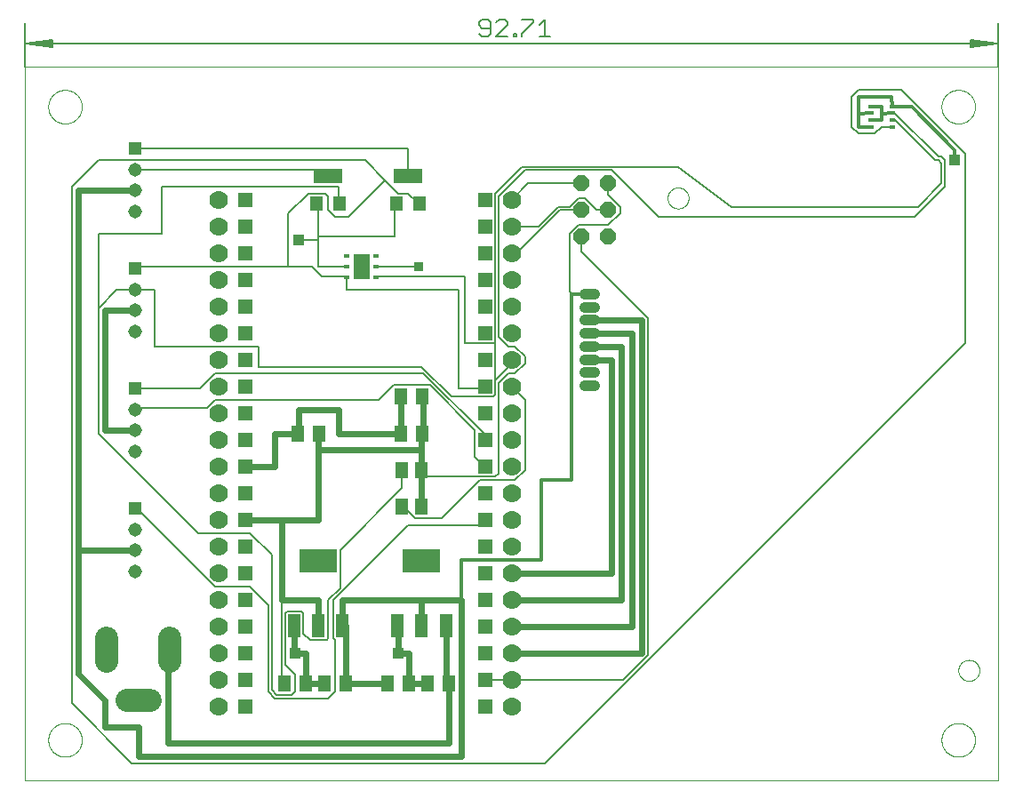
<source format=gtl>
G75*
%MOIN*%
%OFA0B0*%
%FSLAX25Y25*%
%IPPOS*%
%LPD*%
%AMOC8*
5,1,8,0,0,1.08239X$1,22.5*
%
%ADD10C,0.00000*%
%ADD11C,0.00512*%
%ADD12C,0.00600*%
%ADD13R,0.05150X0.05150*%
%ADD14C,0.05150*%
%ADD15C,0.07000*%
%ADD16C,0.08600*%
%ADD17R,0.04800X0.08800*%
%ADD18R,0.14173X0.08661*%
%ADD19R,0.05543X0.05543*%
%ADD20C,0.03969*%
%ADD21R,0.05118X0.06299*%
%ADD22OC8,0.06000*%
%ADD23R,0.02362X0.01575*%
%ADD24R,0.06299X0.09449*%
%ADD25R,0.05118X0.05906*%
%ADD26R,0.01969X0.01378*%
%ADD27R,0.11024X0.05512*%
%ADD28R,0.04724X0.05512*%
%ADD29C,0.02400*%
%ADD30C,0.01200*%
%ADD31R,0.03962X0.03962*%
%ADD32R,0.03569X0.03569*%
D10*
X0001256Y0002254D02*
X0001256Y0269754D01*
X0366256Y0269754D01*
X0366207Y0269715D02*
X0366207Y0002254D01*
X0001256Y0002254D01*
X0009957Y0017254D02*
X0009959Y0017412D01*
X0009965Y0017570D01*
X0009975Y0017728D01*
X0009989Y0017886D01*
X0010007Y0018043D01*
X0010028Y0018200D01*
X0010054Y0018356D01*
X0010084Y0018512D01*
X0010117Y0018667D01*
X0010155Y0018820D01*
X0010196Y0018973D01*
X0010241Y0019125D01*
X0010290Y0019276D01*
X0010343Y0019425D01*
X0010399Y0019573D01*
X0010459Y0019719D01*
X0010523Y0019864D01*
X0010591Y0020007D01*
X0010662Y0020149D01*
X0010736Y0020289D01*
X0010814Y0020426D01*
X0010896Y0020562D01*
X0010980Y0020696D01*
X0011069Y0020827D01*
X0011160Y0020956D01*
X0011255Y0021083D01*
X0011352Y0021208D01*
X0011453Y0021330D01*
X0011557Y0021449D01*
X0011664Y0021566D01*
X0011774Y0021680D01*
X0011887Y0021791D01*
X0012002Y0021900D01*
X0012120Y0022005D01*
X0012241Y0022107D01*
X0012364Y0022207D01*
X0012490Y0022303D01*
X0012618Y0022396D01*
X0012748Y0022486D01*
X0012881Y0022572D01*
X0013016Y0022656D01*
X0013152Y0022735D01*
X0013291Y0022812D01*
X0013432Y0022884D01*
X0013574Y0022954D01*
X0013718Y0023019D01*
X0013864Y0023081D01*
X0014011Y0023139D01*
X0014160Y0023194D01*
X0014310Y0023245D01*
X0014461Y0023292D01*
X0014613Y0023335D01*
X0014766Y0023374D01*
X0014921Y0023410D01*
X0015076Y0023441D01*
X0015232Y0023469D01*
X0015388Y0023493D01*
X0015545Y0023513D01*
X0015703Y0023529D01*
X0015860Y0023541D01*
X0016019Y0023549D01*
X0016177Y0023553D01*
X0016335Y0023553D01*
X0016493Y0023549D01*
X0016652Y0023541D01*
X0016809Y0023529D01*
X0016967Y0023513D01*
X0017124Y0023493D01*
X0017280Y0023469D01*
X0017436Y0023441D01*
X0017591Y0023410D01*
X0017746Y0023374D01*
X0017899Y0023335D01*
X0018051Y0023292D01*
X0018202Y0023245D01*
X0018352Y0023194D01*
X0018501Y0023139D01*
X0018648Y0023081D01*
X0018794Y0023019D01*
X0018938Y0022954D01*
X0019080Y0022884D01*
X0019221Y0022812D01*
X0019360Y0022735D01*
X0019496Y0022656D01*
X0019631Y0022572D01*
X0019764Y0022486D01*
X0019894Y0022396D01*
X0020022Y0022303D01*
X0020148Y0022207D01*
X0020271Y0022107D01*
X0020392Y0022005D01*
X0020510Y0021900D01*
X0020625Y0021791D01*
X0020738Y0021680D01*
X0020848Y0021566D01*
X0020955Y0021449D01*
X0021059Y0021330D01*
X0021160Y0021208D01*
X0021257Y0021083D01*
X0021352Y0020956D01*
X0021443Y0020827D01*
X0021532Y0020696D01*
X0021616Y0020562D01*
X0021698Y0020426D01*
X0021776Y0020289D01*
X0021850Y0020149D01*
X0021921Y0020007D01*
X0021989Y0019864D01*
X0022053Y0019719D01*
X0022113Y0019573D01*
X0022169Y0019425D01*
X0022222Y0019276D01*
X0022271Y0019125D01*
X0022316Y0018973D01*
X0022357Y0018820D01*
X0022395Y0018667D01*
X0022428Y0018512D01*
X0022458Y0018356D01*
X0022484Y0018200D01*
X0022505Y0018043D01*
X0022523Y0017886D01*
X0022537Y0017728D01*
X0022547Y0017570D01*
X0022553Y0017412D01*
X0022555Y0017254D01*
X0022553Y0017096D01*
X0022547Y0016938D01*
X0022537Y0016780D01*
X0022523Y0016622D01*
X0022505Y0016465D01*
X0022484Y0016308D01*
X0022458Y0016152D01*
X0022428Y0015996D01*
X0022395Y0015841D01*
X0022357Y0015688D01*
X0022316Y0015535D01*
X0022271Y0015383D01*
X0022222Y0015232D01*
X0022169Y0015083D01*
X0022113Y0014935D01*
X0022053Y0014789D01*
X0021989Y0014644D01*
X0021921Y0014501D01*
X0021850Y0014359D01*
X0021776Y0014219D01*
X0021698Y0014082D01*
X0021616Y0013946D01*
X0021532Y0013812D01*
X0021443Y0013681D01*
X0021352Y0013552D01*
X0021257Y0013425D01*
X0021160Y0013300D01*
X0021059Y0013178D01*
X0020955Y0013059D01*
X0020848Y0012942D01*
X0020738Y0012828D01*
X0020625Y0012717D01*
X0020510Y0012608D01*
X0020392Y0012503D01*
X0020271Y0012401D01*
X0020148Y0012301D01*
X0020022Y0012205D01*
X0019894Y0012112D01*
X0019764Y0012022D01*
X0019631Y0011936D01*
X0019496Y0011852D01*
X0019360Y0011773D01*
X0019221Y0011696D01*
X0019080Y0011624D01*
X0018938Y0011554D01*
X0018794Y0011489D01*
X0018648Y0011427D01*
X0018501Y0011369D01*
X0018352Y0011314D01*
X0018202Y0011263D01*
X0018051Y0011216D01*
X0017899Y0011173D01*
X0017746Y0011134D01*
X0017591Y0011098D01*
X0017436Y0011067D01*
X0017280Y0011039D01*
X0017124Y0011015D01*
X0016967Y0010995D01*
X0016809Y0010979D01*
X0016652Y0010967D01*
X0016493Y0010959D01*
X0016335Y0010955D01*
X0016177Y0010955D01*
X0016019Y0010959D01*
X0015860Y0010967D01*
X0015703Y0010979D01*
X0015545Y0010995D01*
X0015388Y0011015D01*
X0015232Y0011039D01*
X0015076Y0011067D01*
X0014921Y0011098D01*
X0014766Y0011134D01*
X0014613Y0011173D01*
X0014461Y0011216D01*
X0014310Y0011263D01*
X0014160Y0011314D01*
X0014011Y0011369D01*
X0013864Y0011427D01*
X0013718Y0011489D01*
X0013574Y0011554D01*
X0013432Y0011624D01*
X0013291Y0011696D01*
X0013152Y0011773D01*
X0013016Y0011852D01*
X0012881Y0011936D01*
X0012748Y0012022D01*
X0012618Y0012112D01*
X0012490Y0012205D01*
X0012364Y0012301D01*
X0012241Y0012401D01*
X0012120Y0012503D01*
X0012002Y0012608D01*
X0011887Y0012717D01*
X0011774Y0012828D01*
X0011664Y0012942D01*
X0011557Y0013059D01*
X0011453Y0013178D01*
X0011352Y0013300D01*
X0011255Y0013425D01*
X0011160Y0013552D01*
X0011069Y0013681D01*
X0010980Y0013812D01*
X0010896Y0013946D01*
X0010814Y0014082D01*
X0010736Y0014219D01*
X0010662Y0014359D01*
X0010591Y0014501D01*
X0010523Y0014644D01*
X0010459Y0014789D01*
X0010399Y0014935D01*
X0010343Y0015083D01*
X0010290Y0015232D01*
X0010241Y0015383D01*
X0010196Y0015535D01*
X0010155Y0015688D01*
X0010117Y0015841D01*
X0010084Y0015996D01*
X0010054Y0016152D01*
X0010028Y0016308D01*
X0010007Y0016465D01*
X0009989Y0016622D01*
X0009975Y0016780D01*
X0009965Y0016938D01*
X0009959Y0017096D01*
X0009957Y0017254D01*
X0242240Y0220512D02*
X0242242Y0220637D01*
X0242248Y0220762D01*
X0242258Y0220886D01*
X0242272Y0221010D01*
X0242289Y0221134D01*
X0242311Y0221257D01*
X0242337Y0221379D01*
X0242366Y0221501D01*
X0242399Y0221621D01*
X0242437Y0221740D01*
X0242477Y0221859D01*
X0242522Y0221975D01*
X0242570Y0222090D01*
X0242622Y0222204D01*
X0242678Y0222316D01*
X0242737Y0222426D01*
X0242799Y0222534D01*
X0242865Y0222641D01*
X0242934Y0222745D01*
X0243007Y0222846D01*
X0243082Y0222946D01*
X0243161Y0223043D01*
X0243243Y0223137D01*
X0243328Y0223229D01*
X0243415Y0223318D01*
X0243506Y0223404D01*
X0243599Y0223487D01*
X0243695Y0223568D01*
X0243793Y0223645D01*
X0243893Y0223719D01*
X0243996Y0223790D01*
X0244101Y0223857D01*
X0244209Y0223922D01*
X0244318Y0223982D01*
X0244429Y0224040D01*
X0244542Y0224093D01*
X0244656Y0224143D01*
X0244772Y0224190D01*
X0244889Y0224232D01*
X0245008Y0224271D01*
X0245128Y0224307D01*
X0245249Y0224338D01*
X0245371Y0224366D01*
X0245493Y0224389D01*
X0245617Y0224409D01*
X0245741Y0224425D01*
X0245865Y0224437D01*
X0245990Y0224445D01*
X0246115Y0224449D01*
X0246239Y0224449D01*
X0246364Y0224445D01*
X0246489Y0224437D01*
X0246613Y0224425D01*
X0246737Y0224409D01*
X0246861Y0224389D01*
X0246983Y0224366D01*
X0247105Y0224338D01*
X0247226Y0224307D01*
X0247346Y0224271D01*
X0247465Y0224232D01*
X0247582Y0224190D01*
X0247698Y0224143D01*
X0247812Y0224093D01*
X0247925Y0224040D01*
X0248036Y0223982D01*
X0248146Y0223922D01*
X0248253Y0223857D01*
X0248358Y0223790D01*
X0248461Y0223719D01*
X0248561Y0223645D01*
X0248659Y0223568D01*
X0248755Y0223487D01*
X0248848Y0223404D01*
X0248939Y0223318D01*
X0249026Y0223229D01*
X0249111Y0223137D01*
X0249193Y0223043D01*
X0249272Y0222946D01*
X0249347Y0222846D01*
X0249420Y0222745D01*
X0249489Y0222641D01*
X0249555Y0222534D01*
X0249617Y0222426D01*
X0249676Y0222316D01*
X0249732Y0222204D01*
X0249784Y0222090D01*
X0249832Y0221975D01*
X0249877Y0221859D01*
X0249917Y0221740D01*
X0249955Y0221621D01*
X0249988Y0221501D01*
X0250017Y0221379D01*
X0250043Y0221257D01*
X0250065Y0221134D01*
X0250082Y0221010D01*
X0250096Y0220886D01*
X0250106Y0220762D01*
X0250112Y0220637D01*
X0250114Y0220512D01*
X0250112Y0220387D01*
X0250106Y0220262D01*
X0250096Y0220138D01*
X0250082Y0220014D01*
X0250065Y0219890D01*
X0250043Y0219767D01*
X0250017Y0219645D01*
X0249988Y0219523D01*
X0249955Y0219403D01*
X0249917Y0219284D01*
X0249877Y0219165D01*
X0249832Y0219049D01*
X0249784Y0218934D01*
X0249732Y0218820D01*
X0249676Y0218708D01*
X0249617Y0218598D01*
X0249555Y0218490D01*
X0249489Y0218383D01*
X0249420Y0218279D01*
X0249347Y0218178D01*
X0249272Y0218078D01*
X0249193Y0217981D01*
X0249111Y0217887D01*
X0249026Y0217795D01*
X0248939Y0217706D01*
X0248848Y0217620D01*
X0248755Y0217537D01*
X0248659Y0217456D01*
X0248561Y0217379D01*
X0248461Y0217305D01*
X0248358Y0217234D01*
X0248253Y0217167D01*
X0248145Y0217102D01*
X0248036Y0217042D01*
X0247925Y0216984D01*
X0247812Y0216931D01*
X0247698Y0216881D01*
X0247582Y0216834D01*
X0247465Y0216792D01*
X0247346Y0216753D01*
X0247226Y0216717D01*
X0247105Y0216686D01*
X0246983Y0216658D01*
X0246861Y0216635D01*
X0246737Y0216615D01*
X0246613Y0216599D01*
X0246489Y0216587D01*
X0246364Y0216579D01*
X0246239Y0216575D01*
X0246115Y0216575D01*
X0245990Y0216579D01*
X0245865Y0216587D01*
X0245741Y0216599D01*
X0245617Y0216615D01*
X0245493Y0216635D01*
X0245371Y0216658D01*
X0245249Y0216686D01*
X0245128Y0216717D01*
X0245008Y0216753D01*
X0244889Y0216792D01*
X0244772Y0216834D01*
X0244656Y0216881D01*
X0244542Y0216931D01*
X0244429Y0216984D01*
X0244318Y0217042D01*
X0244208Y0217102D01*
X0244101Y0217167D01*
X0243996Y0217234D01*
X0243893Y0217305D01*
X0243793Y0217379D01*
X0243695Y0217456D01*
X0243599Y0217537D01*
X0243506Y0217620D01*
X0243415Y0217706D01*
X0243328Y0217795D01*
X0243243Y0217887D01*
X0243161Y0217981D01*
X0243082Y0218078D01*
X0243007Y0218178D01*
X0242934Y0218279D01*
X0242865Y0218383D01*
X0242799Y0218490D01*
X0242737Y0218598D01*
X0242678Y0218708D01*
X0242622Y0218820D01*
X0242570Y0218934D01*
X0242522Y0219049D01*
X0242477Y0219165D01*
X0242437Y0219284D01*
X0242399Y0219403D01*
X0242366Y0219523D01*
X0242337Y0219645D01*
X0242311Y0219767D01*
X0242289Y0219890D01*
X0242272Y0220014D01*
X0242258Y0220138D01*
X0242248Y0220262D01*
X0242242Y0220387D01*
X0242240Y0220512D01*
X0344957Y0254754D02*
X0344959Y0254912D01*
X0344965Y0255070D01*
X0344975Y0255228D01*
X0344989Y0255386D01*
X0345007Y0255543D01*
X0345028Y0255700D01*
X0345054Y0255856D01*
X0345084Y0256012D01*
X0345117Y0256167D01*
X0345155Y0256320D01*
X0345196Y0256473D01*
X0345241Y0256625D01*
X0345290Y0256776D01*
X0345343Y0256925D01*
X0345399Y0257073D01*
X0345459Y0257219D01*
X0345523Y0257364D01*
X0345591Y0257507D01*
X0345662Y0257649D01*
X0345736Y0257789D01*
X0345814Y0257926D01*
X0345896Y0258062D01*
X0345980Y0258196D01*
X0346069Y0258327D01*
X0346160Y0258456D01*
X0346255Y0258583D01*
X0346352Y0258708D01*
X0346453Y0258830D01*
X0346557Y0258949D01*
X0346664Y0259066D01*
X0346774Y0259180D01*
X0346887Y0259291D01*
X0347002Y0259400D01*
X0347120Y0259505D01*
X0347241Y0259607D01*
X0347364Y0259707D01*
X0347490Y0259803D01*
X0347618Y0259896D01*
X0347748Y0259986D01*
X0347881Y0260072D01*
X0348016Y0260156D01*
X0348152Y0260235D01*
X0348291Y0260312D01*
X0348432Y0260384D01*
X0348574Y0260454D01*
X0348718Y0260519D01*
X0348864Y0260581D01*
X0349011Y0260639D01*
X0349160Y0260694D01*
X0349310Y0260745D01*
X0349461Y0260792D01*
X0349613Y0260835D01*
X0349766Y0260874D01*
X0349921Y0260910D01*
X0350076Y0260941D01*
X0350232Y0260969D01*
X0350388Y0260993D01*
X0350545Y0261013D01*
X0350703Y0261029D01*
X0350860Y0261041D01*
X0351019Y0261049D01*
X0351177Y0261053D01*
X0351335Y0261053D01*
X0351493Y0261049D01*
X0351652Y0261041D01*
X0351809Y0261029D01*
X0351967Y0261013D01*
X0352124Y0260993D01*
X0352280Y0260969D01*
X0352436Y0260941D01*
X0352591Y0260910D01*
X0352746Y0260874D01*
X0352899Y0260835D01*
X0353051Y0260792D01*
X0353202Y0260745D01*
X0353352Y0260694D01*
X0353501Y0260639D01*
X0353648Y0260581D01*
X0353794Y0260519D01*
X0353938Y0260454D01*
X0354080Y0260384D01*
X0354221Y0260312D01*
X0354360Y0260235D01*
X0354496Y0260156D01*
X0354631Y0260072D01*
X0354764Y0259986D01*
X0354894Y0259896D01*
X0355022Y0259803D01*
X0355148Y0259707D01*
X0355271Y0259607D01*
X0355392Y0259505D01*
X0355510Y0259400D01*
X0355625Y0259291D01*
X0355738Y0259180D01*
X0355848Y0259066D01*
X0355955Y0258949D01*
X0356059Y0258830D01*
X0356160Y0258708D01*
X0356257Y0258583D01*
X0356352Y0258456D01*
X0356443Y0258327D01*
X0356532Y0258196D01*
X0356616Y0258062D01*
X0356698Y0257926D01*
X0356776Y0257789D01*
X0356850Y0257649D01*
X0356921Y0257507D01*
X0356989Y0257364D01*
X0357053Y0257219D01*
X0357113Y0257073D01*
X0357169Y0256925D01*
X0357222Y0256776D01*
X0357271Y0256625D01*
X0357316Y0256473D01*
X0357357Y0256320D01*
X0357395Y0256167D01*
X0357428Y0256012D01*
X0357458Y0255856D01*
X0357484Y0255700D01*
X0357505Y0255543D01*
X0357523Y0255386D01*
X0357537Y0255228D01*
X0357547Y0255070D01*
X0357553Y0254912D01*
X0357555Y0254754D01*
X0357553Y0254596D01*
X0357547Y0254438D01*
X0357537Y0254280D01*
X0357523Y0254122D01*
X0357505Y0253965D01*
X0357484Y0253808D01*
X0357458Y0253652D01*
X0357428Y0253496D01*
X0357395Y0253341D01*
X0357357Y0253188D01*
X0357316Y0253035D01*
X0357271Y0252883D01*
X0357222Y0252732D01*
X0357169Y0252583D01*
X0357113Y0252435D01*
X0357053Y0252289D01*
X0356989Y0252144D01*
X0356921Y0252001D01*
X0356850Y0251859D01*
X0356776Y0251719D01*
X0356698Y0251582D01*
X0356616Y0251446D01*
X0356532Y0251312D01*
X0356443Y0251181D01*
X0356352Y0251052D01*
X0356257Y0250925D01*
X0356160Y0250800D01*
X0356059Y0250678D01*
X0355955Y0250559D01*
X0355848Y0250442D01*
X0355738Y0250328D01*
X0355625Y0250217D01*
X0355510Y0250108D01*
X0355392Y0250003D01*
X0355271Y0249901D01*
X0355148Y0249801D01*
X0355022Y0249705D01*
X0354894Y0249612D01*
X0354764Y0249522D01*
X0354631Y0249436D01*
X0354496Y0249352D01*
X0354360Y0249273D01*
X0354221Y0249196D01*
X0354080Y0249124D01*
X0353938Y0249054D01*
X0353794Y0248989D01*
X0353648Y0248927D01*
X0353501Y0248869D01*
X0353352Y0248814D01*
X0353202Y0248763D01*
X0353051Y0248716D01*
X0352899Y0248673D01*
X0352746Y0248634D01*
X0352591Y0248598D01*
X0352436Y0248567D01*
X0352280Y0248539D01*
X0352124Y0248515D01*
X0351967Y0248495D01*
X0351809Y0248479D01*
X0351652Y0248467D01*
X0351493Y0248459D01*
X0351335Y0248455D01*
X0351177Y0248455D01*
X0351019Y0248459D01*
X0350860Y0248467D01*
X0350703Y0248479D01*
X0350545Y0248495D01*
X0350388Y0248515D01*
X0350232Y0248539D01*
X0350076Y0248567D01*
X0349921Y0248598D01*
X0349766Y0248634D01*
X0349613Y0248673D01*
X0349461Y0248716D01*
X0349310Y0248763D01*
X0349160Y0248814D01*
X0349011Y0248869D01*
X0348864Y0248927D01*
X0348718Y0248989D01*
X0348574Y0249054D01*
X0348432Y0249124D01*
X0348291Y0249196D01*
X0348152Y0249273D01*
X0348016Y0249352D01*
X0347881Y0249436D01*
X0347748Y0249522D01*
X0347618Y0249612D01*
X0347490Y0249705D01*
X0347364Y0249801D01*
X0347241Y0249901D01*
X0347120Y0250003D01*
X0347002Y0250108D01*
X0346887Y0250217D01*
X0346774Y0250328D01*
X0346664Y0250442D01*
X0346557Y0250559D01*
X0346453Y0250678D01*
X0346352Y0250800D01*
X0346255Y0250925D01*
X0346160Y0251052D01*
X0346069Y0251181D01*
X0345980Y0251312D01*
X0345896Y0251446D01*
X0345814Y0251582D01*
X0345736Y0251719D01*
X0345662Y0251859D01*
X0345591Y0252001D01*
X0345523Y0252144D01*
X0345459Y0252289D01*
X0345399Y0252435D01*
X0345343Y0252583D01*
X0345290Y0252732D01*
X0345241Y0252883D01*
X0345196Y0253035D01*
X0345155Y0253188D01*
X0345117Y0253341D01*
X0345084Y0253496D01*
X0345054Y0253652D01*
X0345028Y0253808D01*
X0345007Y0253965D01*
X0344989Y0254122D01*
X0344975Y0254280D01*
X0344965Y0254438D01*
X0344959Y0254596D01*
X0344957Y0254754D01*
X0351295Y0043346D02*
X0351297Y0043471D01*
X0351303Y0043596D01*
X0351313Y0043720D01*
X0351327Y0043844D01*
X0351344Y0043968D01*
X0351366Y0044091D01*
X0351392Y0044213D01*
X0351421Y0044335D01*
X0351454Y0044455D01*
X0351492Y0044574D01*
X0351532Y0044693D01*
X0351577Y0044809D01*
X0351625Y0044924D01*
X0351677Y0045038D01*
X0351733Y0045150D01*
X0351792Y0045260D01*
X0351854Y0045368D01*
X0351920Y0045475D01*
X0351989Y0045579D01*
X0352062Y0045680D01*
X0352137Y0045780D01*
X0352216Y0045877D01*
X0352298Y0045971D01*
X0352383Y0046063D01*
X0352470Y0046152D01*
X0352561Y0046238D01*
X0352654Y0046321D01*
X0352750Y0046402D01*
X0352848Y0046479D01*
X0352948Y0046553D01*
X0353051Y0046624D01*
X0353156Y0046691D01*
X0353264Y0046756D01*
X0353373Y0046816D01*
X0353484Y0046874D01*
X0353597Y0046927D01*
X0353711Y0046977D01*
X0353827Y0047024D01*
X0353944Y0047066D01*
X0354063Y0047105D01*
X0354183Y0047141D01*
X0354304Y0047172D01*
X0354426Y0047200D01*
X0354548Y0047223D01*
X0354672Y0047243D01*
X0354796Y0047259D01*
X0354920Y0047271D01*
X0355045Y0047279D01*
X0355170Y0047283D01*
X0355294Y0047283D01*
X0355419Y0047279D01*
X0355544Y0047271D01*
X0355668Y0047259D01*
X0355792Y0047243D01*
X0355916Y0047223D01*
X0356038Y0047200D01*
X0356160Y0047172D01*
X0356281Y0047141D01*
X0356401Y0047105D01*
X0356520Y0047066D01*
X0356637Y0047024D01*
X0356753Y0046977D01*
X0356867Y0046927D01*
X0356980Y0046874D01*
X0357091Y0046816D01*
X0357201Y0046756D01*
X0357308Y0046691D01*
X0357413Y0046624D01*
X0357516Y0046553D01*
X0357616Y0046479D01*
X0357714Y0046402D01*
X0357810Y0046321D01*
X0357903Y0046238D01*
X0357994Y0046152D01*
X0358081Y0046063D01*
X0358166Y0045971D01*
X0358248Y0045877D01*
X0358327Y0045780D01*
X0358402Y0045680D01*
X0358475Y0045579D01*
X0358544Y0045475D01*
X0358610Y0045368D01*
X0358672Y0045260D01*
X0358731Y0045150D01*
X0358787Y0045038D01*
X0358839Y0044924D01*
X0358887Y0044809D01*
X0358932Y0044693D01*
X0358972Y0044574D01*
X0359010Y0044455D01*
X0359043Y0044335D01*
X0359072Y0044213D01*
X0359098Y0044091D01*
X0359120Y0043968D01*
X0359137Y0043844D01*
X0359151Y0043720D01*
X0359161Y0043596D01*
X0359167Y0043471D01*
X0359169Y0043346D01*
X0359167Y0043221D01*
X0359161Y0043096D01*
X0359151Y0042972D01*
X0359137Y0042848D01*
X0359120Y0042724D01*
X0359098Y0042601D01*
X0359072Y0042479D01*
X0359043Y0042357D01*
X0359010Y0042237D01*
X0358972Y0042118D01*
X0358932Y0041999D01*
X0358887Y0041883D01*
X0358839Y0041768D01*
X0358787Y0041654D01*
X0358731Y0041542D01*
X0358672Y0041432D01*
X0358610Y0041324D01*
X0358544Y0041217D01*
X0358475Y0041113D01*
X0358402Y0041012D01*
X0358327Y0040912D01*
X0358248Y0040815D01*
X0358166Y0040721D01*
X0358081Y0040629D01*
X0357994Y0040540D01*
X0357903Y0040454D01*
X0357810Y0040371D01*
X0357714Y0040290D01*
X0357616Y0040213D01*
X0357516Y0040139D01*
X0357413Y0040068D01*
X0357308Y0040001D01*
X0357200Y0039936D01*
X0357091Y0039876D01*
X0356980Y0039818D01*
X0356867Y0039765D01*
X0356753Y0039715D01*
X0356637Y0039668D01*
X0356520Y0039626D01*
X0356401Y0039587D01*
X0356281Y0039551D01*
X0356160Y0039520D01*
X0356038Y0039492D01*
X0355916Y0039469D01*
X0355792Y0039449D01*
X0355668Y0039433D01*
X0355544Y0039421D01*
X0355419Y0039413D01*
X0355294Y0039409D01*
X0355170Y0039409D01*
X0355045Y0039413D01*
X0354920Y0039421D01*
X0354796Y0039433D01*
X0354672Y0039449D01*
X0354548Y0039469D01*
X0354426Y0039492D01*
X0354304Y0039520D01*
X0354183Y0039551D01*
X0354063Y0039587D01*
X0353944Y0039626D01*
X0353827Y0039668D01*
X0353711Y0039715D01*
X0353597Y0039765D01*
X0353484Y0039818D01*
X0353373Y0039876D01*
X0353263Y0039936D01*
X0353156Y0040001D01*
X0353051Y0040068D01*
X0352948Y0040139D01*
X0352848Y0040213D01*
X0352750Y0040290D01*
X0352654Y0040371D01*
X0352561Y0040454D01*
X0352470Y0040540D01*
X0352383Y0040629D01*
X0352298Y0040721D01*
X0352216Y0040815D01*
X0352137Y0040912D01*
X0352062Y0041012D01*
X0351989Y0041113D01*
X0351920Y0041217D01*
X0351854Y0041324D01*
X0351792Y0041432D01*
X0351733Y0041542D01*
X0351677Y0041654D01*
X0351625Y0041768D01*
X0351577Y0041883D01*
X0351532Y0041999D01*
X0351492Y0042118D01*
X0351454Y0042237D01*
X0351421Y0042357D01*
X0351392Y0042479D01*
X0351366Y0042601D01*
X0351344Y0042724D01*
X0351327Y0042848D01*
X0351313Y0042972D01*
X0351303Y0043096D01*
X0351297Y0043221D01*
X0351295Y0043346D01*
X0344957Y0017254D02*
X0344959Y0017412D01*
X0344965Y0017570D01*
X0344975Y0017728D01*
X0344989Y0017886D01*
X0345007Y0018043D01*
X0345028Y0018200D01*
X0345054Y0018356D01*
X0345084Y0018512D01*
X0345117Y0018667D01*
X0345155Y0018820D01*
X0345196Y0018973D01*
X0345241Y0019125D01*
X0345290Y0019276D01*
X0345343Y0019425D01*
X0345399Y0019573D01*
X0345459Y0019719D01*
X0345523Y0019864D01*
X0345591Y0020007D01*
X0345662Y0020149D01*
X0345736Y0020289D01*
X0345814Y0020426D01*
X0345896Y0020562D01*
X0345980Y0020696D01*
X0346069Y0020827D01*
X0346160Y0020956D01*
X0346255Y0021083D01*
X0346352Y0021208D01*
X0346453Y0021330D01*
X0346557Y0021449D01*
X0346664Y0021566D01*
X0346774Y0021680D01*
X0346887Y0021791D01*
X0347002Y0021900D01*
X0347120Y0022005D01*
X0347241Y0022107D01*
X0347364Y0022207D01*
X0347490Y0022303D01*
X0347618Y0022396D01*
X0347748Y0022486D01*
X0347881Y0022572D01*
X0348016Y0022656D01*
X0348152Y0022735D01*
X0348291Y0022812D01*
X0348432Y0022884D01*
X0348574Y0022954D01*
X0348718Y0023019D01*
X0348864Y0023081D01*
X0349011Y0023139D01*
X0349160Y0023194D01*
X0349310Y0023245D01*
X0349461Y0023292D01*
X0349613Y0023335D01*
X0349766Y0023374D01*
X0349921Y0023410D01*
X0350076Y0023441D01*
X0350232Y0023469D01*
X0350388Y0023493D01*
X0350545Y0023513D01*
X0350703Y0023529D01*
X0350860Y0023541D01*
X0351019Y0023549D01*
X0351177Y0023553D01*
X0351335Y0023553D01*
X0351493Y0023549D01*
X0351652Y0023541D01*
X0351809Y0023529D01*
X0351967Y0023513D01*
X0352124Y0023493D01*
X0352280Y0023469D01*
X0352436Y0023441D01*
X0352591Y0023410D01*
X0352746Y0023374D01*
X0352899Y0023335D01*
X0353051Y0023292D01*
X0353202Y0023245D01*
X0353352Y0023194D01*
X0353501Y0023139D01*
X0353648Y0023081D01*
X0353794Y0023019D01*
X0353938Y0022954D01*
X0354080Y0022884D01*
X0354221Y0022812D01*
X0354360Y0022735D01*
X0354496Y0022656D01*
X0354631Y0022572D01*
X0354764Y0022486D01*
X0354894Y0022396D01*
X0355022Y0022303D01*
X0355148Y0022207D01*
X0355271Y0022107D01*
X0355392Y0022005D01*
X0355510Y0021900D01*
X0355625Y0021791D01*
X0355738Y0021680D01*
X0355848Y0021566D01*
X0355955Y0021449D01*
X0356059Y0021330D01*
X0356160Y0021208D01*
X0356257Y0021083D01*
X0356352Y0020956D01*
X0356443Y0020827D01*
X0356532Y0020696D01*
X0356616Y0020562D01*
X0356698Y0020426D01*
X0356776Y0020289D01*
X0356850Y0020149D01*
X0356921Y0020007D01*
X0356989Y0019864D01*
X0357053Y0019719D01*
X0357113Y0019573D01*
X0357169Y0019425D01*
X0357222Y0019276D01*
X0357271Y0019125D01*
X0357316Y0018973D01*
X0357357Y0018820D01*
X0357395Y0018667D01*
X0357428Y0018512D01*
X0357458Y0018356D01*
X0357484Y0018200D01*
X0357505Y0018043D01*
X0357523Y0017886D01*
X0357537Y0017728D01*
X0357547Y0017570D01*
X0357553Y0017412D01*
X0357555Y0017254D01*
X0357553Y0017096D01*
X0357547Y0016938D01*
X0357537Y0016780D01*
X0357523Y0016622D01*
X0357505Y0016465D01*
X0357484Y0016308D01*
X0357458Y0016152D01*
X0357428Y0015996D01*
X0357395Y0015841D01*
X0357357Y0015688D01*
X0357316Y0015535D01*
X0357271Y0015383D01*
X0357222Y0015232D01*
X0357169Y0015083D01*
X0357113Y0014935D01*
X0357053Y0014789D01*
X0356989Y0014644D01*
X0356921Y0014501D01*
X0356850Y0014359D01*
X0356776Y0014219D01*
X0356698Y0014082D01*
X0356616Y0013946D01*
X0356532Y0013812D01*
X0356443Y0013681D01*
X0356352Y0013552D01*
X0356257Y0013425D01*
X0356160Y0013300D01*
X0356059Y0013178D01*
X0355955Y0013059D01*
X0355848Y0012942D01*
X0355738Y0012828D01*
X0355625Y0012717D01*
X0355510Y0012608D01*
X0355392Y0012503D01*
X0355271Y0012401D01*
X0355148Y0012301D01*
X0355022Y0012205D01*
X0354894Y0012112D01*
X0354764Y0012022D01*
X0354631Y0011936D01*
X0354496Y0011852D01*
X0354360Y0011773D01*
X0354221Y0011696D01*
X0354080Y0011624D01*
X0353938Y0011554D01*
X0353794Y0011489D01*
X0353648Y0011427D01*
X0353501Y0011369D01*
X0353352Y0011314D01*
X0353202Y0011263D01*
X0353051Y0011216D01*
X0352899Y0011173D01*
X0352746Y0011134D01*
X0352591Y0011098D01*
X0352436Y0011067D01*
X0352280Y0011039D01*
X0352124Y0011015D01*
X0351967Y0010995D01*
X0351809Y0010979D01*
X0351652Y0010967D01*
X0351493Y0010959D01*
X0351335Y0010955D01*
X0351177Y0010955D01*
X0351019Y0010959D01*
X0350860Y0010967D01*
X0350703Y0010979D01*
X0350545Y0010995D01*
X0350388Y0011015D01*
X0350232Y0011039D01*
X0350076Y0011067D01*
X0349921Y0011098D01*
X0349766Y0011134D01*
X0349613Y0011173D01*
X0349461Y0011216D01*
X0349310Y0011263D01*
X0349160Y0011314D01*
X0349011Y0011369D01*
X0348864Y0011427D01*
X0348718Y0011489D01*
X0348574Y0011554D01*
X0348432Y0011624D01*
X0348291Y0011696D01*
X0348152Y0011773D01*
X0348016Y0011852D01*
X0347881Y0011936D01*
X0347748Y0012022D01*
X0347618Y0012112D01*
X0347490Y0012205D01*
X0347364Y0012301D01*
X0347241Y0012401D01*
X0347120Y0012503D01*
X0347002Y0012608D01*
X0346887Y0012717D01*
X0346774Y0012828D01*
X0346664Y0012942D01*
X0346557Y0013059D01*
X0346453Y0013178D01*
X0346352Y0013300D01*
X0346255Y0013425D01*
X0346160Y0013552D01*
X0346069Y0013681D01*
X0345980Y0013812D01*
X0345896Y0013946D01*
X0345814Y0014082D01*
X0345736Y0014219D01*
X0345662Y0014359D01*
X0345591Y0014501D01*
X0345523Y0014644D01*
X0345459Y0014789D01*
X0345399Y0014935D01*
X0345343Y0015083D01*
X0345290Y0015232D01*
X0345241Y0015383D01*
X0345196Y0015535D01*
X0345155Y0015688D01*
X0345117Y0015841D01*
X0345084Y0015996D01*
X0345054Y0016152D01*
X0345028Y0016308D01*
X0345007Y0016465D01*
X0344989Y0016622D01*
X0344975Y0016780D01*
X0344965Y0016938D01*
X0344959Y0017096D01*
X0344957Y0017254D01*
X0009957Y0254754D02*
X0009959Y0254912D01*
X0009965Y0255070D01*
X0009975Y0255228D01*
X0009989Y0255386D01*
X0010007Y0255543D01*
X0010028Y0255700D01*
X0010054Y0255856D01*
X0010084Y0256012D01*
X0010117Y0256167D01*
X0010155Y0256320D01*
X0010196Y0256473D01*
X0010241Y0256625D01*
X0010290Y0256776D01*
X0010343Y0256925D01*
X0010399Y0257073D01*
X0010459Y0257219D01*
X0010523Y0257364D01*
X0010591Y0257507D01*
X0010662Y0257649D01*
X0010736Y0257789D01*
X0010814Y0257926D01*
X0010896Y0258062D01*
X0010980Y0258196D01*
X0011069Y0258327D01*
X0011160Y0258456D01*
X0011255Y0258583D01*
X0011352Y0258708D01*
X0011453Y0258830D01*
X0011557Y0258949D01*
X0011664Y0259066D01*
X0011774Y0259180D01*
X0011887Y0259291D01*
X0012002Y0259400D01*
X0012120Y0259505D01*
X0012241Y0259607D01*
X0012364Y0259707D01*
X0012490Y0259803D01*
X0012618Y0259896D01*
X0012748Y0259986D01*
X0012881Y0260072D01*
X0013016Y0260156D01*
X0013152Y0260235D01*
X0013291Y0260312D01*
X0013432Y0260384D01*
X0013574Y0260454D01*
X0013718Y0260519D01*
X0013864Y0260581D01*
X0014011Y0260639D01*
X0014160Y0260694D01*
X0014310Y0260745D01*
X0014461Y0260792D01*
X0014613Y0260835D01*
X0014766Y0260874D01*
X0014921Y0260910D01*
X0015076Y0260941D01*
X0015232Y0260969D01*
X0015388Y0260993D01*
X0015545Y0261013D01*
X0015703Y0261029D01*
X0015860Y0261041D01*
X0016019Y0261049D01*
X0016177Y0261053D01*
X0016335Y0261053D01*
X0016493Y0261049D01*
X0016652Y0261041D01*
X0016809Y0261029D01*
X0016967Y0261013D01*
X0017124Y0260993D01*
X0017280Y0260969D01*
X0017436Y0260941D01*
X0017591Y0260910D01*
X0017746Y0260874D01*
X0017899Y0260835D01*
X0018051Y0260792D01*
X0018202Y0260745D01*
X0018352Y0260694D01*
X0018501Y0260639D01*
X0018648Y0260581D01*
X0018794Y0260519D01*
X0018938Y0260454D01*
X0019080Y0260384D01*
X0019221Y0260312D01*
X0019360Y0260235D01*
X0019496Y0260156D01*
X0019631Y0260072D01*
X0019764Y0259986D01*
X0019894Y0259896D01*
X0020022Y0259803D01*
X0020148Y0259707D01*
X0020271Y0259607D01*
X0020392Y0259505D01*
X0020510Y0259400D01*
X0020625Y0259291D01*
X0020738Y0259180D01*
X0020848Y0259066D01*
X0020955Y0258949D01*
X0021059Y0258830D01*
X0021160Y0258708D01*
X0021257Y0258583D01*
X0021352Y0258456D01*
X0021443Y0258327D01*
X0021532Y0258196D01*
X0021616Y0258062D01*
X0021698Y0257926D01*
X0021776Y0257789D01*
X0021850Y0257649D01*
X0021921Y0257507D01*
X0021989Y0257364D01*
X0022053Y0257219D01*
X0022113Y0257073D01*
X0022169Y0256925D01*
X0022222Y0256776D01*
X0022271Y0256625D01*
X0022316Y0256473D01*
X0022357Y0256320D01*
X0022395Y0256167D01*
X0022428Y0256012D01*
X0022458Y0255856D01*
X0022484Y0255700D01*
X0022505Y0255543D01*
X0022523Y0255386D01*
X0022537Y0255228D01*
X0022547Y0255070D01*
X0022553Y0254912D01*
X0022555Y0254754D01*
X0022553Y0254596D01*
X0022547Y0254438D01*
X0022537Y0254280D01*
X0022523Y0254122D01*
X0022505Y0253965D01*
X0022484Y0253808D01*
X0022458Y0253652D01*
X0022428Y0253496D01*
X0022395Y0253341D01*
X0022357Y0253188D01*
X0022316Y0253035D01*
X0022271Y0252883D01*
X0022222Y0252732D01*
X0022169Y0252583D01*
X0022113Y0252435D01*
X0022053Y0252289D01*
X0021989Y0252144D01*
X0021921Y0252001D01*
X0021850Y0251859D01*
X0021776Y0251719D01*
X0021698Y0251582D01*
X0021616Y0251446D01*
X0021532Y0251312D01*
X0021443Y0251181D01*
X0021352Y0251052D01*
X0021257Y0250925D01*
X0021160Y0250800D01*
X0021059Y0250678D01*
X0020955Y0250559D01*
X0020848Y0250442D01*
X0020738Y0250328D01*
X0020625Y0250217D01*
X0020510Y0250108D01*
X0020392Y0250003D01*
X0020271Y0249901D01*
X0020148Y0249801D01*
X0020022Y0249705D01*
X0019894Y0249612D01*
X0019764Y0249522D01*
X0019631Y0249436D01*
X0019496Y0249352D01*
X0019360Y0249273D01*
X0019221Y0249196D01*
X0019080Y0249124D01*
X0018938Y0249054D01*
X0018794Y0248989D01*
X0018648Y0248927D01*
X0018501Y0248869D01*
X0018352Y0248814D01*
X0018202Y0248763D01*
X0018051Y0248716D01*
X0017899Y0248673D01*
X0017746Y0248634D01*
X0017591Y0248598D01*
X0017436Y0248567D01*
X0017280Y0248539D01*
X0017124Y0248515D01*
X0016967Y0248495D01*
X0016809Y0248479D01*
X0016652Y0248467D01*
X0016493Y0248459D01*
X0016335Y0248455D01*
X0016177Y0248455D01*
X0016019Y0248459D01*
X0015860Y0248467D01*
X0015703Y0248479D01*
X0015545Y0248495D01*
X0015388Y0248515D01*
X0015232Y0248539D01*
X0015076Y0248567D01*
X0014921Y0248598D01*
X0014766Y0248634D01*
X0014613Y0248673D01*
X0014461Y0248716D01*
X0014310Y0248763D01*
X0014160Y0248814D01*
X0014011Y0248869D01*
X0013864Y0248927D01*
X0013718Y0248989D01*
X0013574Y0249054D01*
X0013432Y0249124D01*
X0013291Y0249196D01*
X0013152Y0249273D01*
X0013016Y0249352D01*
X0012881Y0249436D01*
X0012748Y0249522D01*
X0012618Y0249612D01*
X0012490Y0249705D01*
X0012364Y0249801D01*
X0012241Y0249901D01*
X0012120Y0250003D01*
X0012002Y0250108D01*
X0011887Y0250217D01*
X0011774Y0250328D01*
X0011664Y0250442D01*
X0011557Y0250559D01*
X0011453Y0250678D01*
X0011352Y0250800D01*
X0011255Y0250925D01*
X0011160Y0251052D01*
X0011069Y0251181D01*
X0010980Y0251312D01*
X0010896Y0251446D01*
X0010814Y0251582D01*
X0010736Y0251719D01*
X0010662Y0251859D01*
X0010591Y0252001D01*
X0010523Y0252144D01*
X0010459Y0252289D01*
X0010399Y0252435D01*
X0010343Y0252583D01*
X0010290Y0252732D01*
X0010241Y0252883D01*
X0010196Y0253035D01*
X0010155Y0253188D01*
X0010117Y0253341D01*
X0010084Y0253496D01*
X0010054Y0253652D01*
X0010028Y0253808D01*
X0010007Y0253965D01*
X0009989Y0254122D01*
X0009975Y0254280D01*
X0009965Y0254438D01*
X0009959Y0254596D01*
X0009957Y0254754D01*
D11*
X0001256Y0269754D02*
X0001256Y0286181D01*
X0001512Y0278504D02*
X0011492Y0279528D01*
X0011492Y0279761D02*
X0011492Y0277247D01*
X0001512Y0278504D01*
X0011492Y0277480D01*
X0011492Y0277992D02*
X0001512Y0278504D01*
X0011492Y0279016D01*
X0011492Y0279761D02*
X0001512Y0278504D01*
X0366000Y0278504D01*
X0356020Y0277480D01*
X0356020Y0277247D02*
X0366000Y0278504D01*
X0356020Y0279528D01*
X0356020Y0279761D02*
X0356020Y0277247D01*
X0356020Y0277992D02*
X0366000Y0278504D01*
X0356020Y0279016D01*
X0356020Y0279761D02*
X0366000Y0278504D01*
X0366256Y0286181D02*
X0366256Y0269754D01*
D12*
X0353756Y0237254D02*
X0330006Y0261004D01*
X0313756Y0261004D01*
X0311256Y0258504D01*
X0311256Y0247254D01*
X0313756Y0244754D01*
X0320006Y0244754D01*
X0322506Y0247254D01*
X0326256Y0247254D01*
X0326541Y0247165D01*
X0326541Y0249724D02*
X0327506Y0249754D01*
X0342506Y0234754D01*
X0343756Y0234754D01*
X0345006Y0233504D01*
X0345006Y0226004D01*
X0336256Y0217254D01*
X0266256Y0217254D01*
X0246256Y0232254D01*
X0187506Y0232254D01*
X0177506Y0222254D01*
X0177506Y0166004D01*
X0166256Y0166004D01*
X0166256Y0191004D01*
X0133018Y0191004D01*
X0133018Y0190817D01*
X0133018Y0194754D02*
X0148756Y0194754D01*
X0140006Y0206004D02*
X0111256Y0206004D01*
X0111256Y0204754D01*
X0111256Y0194754D01*
X0121994Y0194754D01*
X0121256Y0191004D02*
X0121994Y0190817D01*
X0121994Y0186004D01*
X0163756Y0186004D01*
X0163756Y0149254D01*
X0173456Y0149254D01*
X0173756Y0149754D01*
X0177506Y0152254D02*
X0177506Y0146629D01*
X0176881Y0146004D01*
X0161256Y0146004D01*
X0150006Y0157254D01*
X0088756Y0157254D01*
X0088756Y0164754D01*
X0050006Y0164754D01*
X0050006Y0186004D01*
X0042506Y0186004D01*
X0042506Y0186191D01*
X0042506Y0186004D02*
X0035631Y0186004D01*
X0028756Y0179129D01*
X0028756Y0207254D01*
X0052506Y0207254D01*
X0052506Y0224754D01*
X0118756Y0224754D01*
X0118756Y0218386D01*
X0119337Y0218386D01*
X0115006Y0216004D02*
X0117506Y0213504D01*
X0122506Y0213504D01*
X0136256Y0227254D01*
X0128756Y0234754D01*
X0028756Y0234754D01*
X0018756Y0224754D01*
X0018756Y0031004D01*
X0041256Y0008504D01*
X0196256Y0008504D01*
X0353756Y0166004D01*
X0353756Y0237254D01*
X0346256Y0234754D02*
X0346256Y0224754D01*
X0335006Y0213504D01*
X0238756Y0213504D01*
X0221256Y0231004D01*
X0188756Y0231004D01*
X0178756Y0221004D01*
X0178756Y0168504D01*
X0182506Y0164754D01*
X0185006Y0164754D01*
X0188756Y0161004D01*
X0188756Y0158504D01*
X0185006Y0154754D01*
X0182506Y0154754D01*
X0178756Y0151004D01*
X0178756Y0117254D01*
X0177506Y0116004D01*
X0150006Y0116004D01*
X0149996Y0118504D01*
X0150006Y0118504D01*
X0150006Y0116004D01*
X0142516Y0118504D02*
X0142506Y0118504D01*
X0142506Y0111629D01*
X0119381Y0088504D01*
X0119381Y0074129D01*
X0115006Y0069754D01*
X0115006Y0055379D01*
X0114381Y0054754D01*
X0108131Y0054754D01*
X0105631Y0057254D01*
X0105631Y0064754D01*
X0105006Y0065379D01*
X0099381Y0065379D01*
X0098756Y0064754D01*
X0098756Y0045379D01*
X0102506Y0041629D01*
X0102506Y0035379D01*
X0101256Y0034129D01*
X0095631Y0034129D01*
X0093756Y0036004D01*
X0093756Y0086629D01*
X0085631Y0094754D01*
X0066256Y0094754D01*
X0028756Y0132254D01*
X0028756Y0179129D01*
X0042506Y0194065D02*
X0042506Y0194754D01*
X0100006Y0194754D01*
X0100006Y0214754D01*
X0107506Y0222254D01*
X0113756Y0222254D01*
X0115006Y0221004D01*
X0115006Y0216004D01*
X0111256Y0218386D02*
X0111256Y0206004D01*
X0111256Y0204754D02*
X0103756Y0204754D01*
X0100006Y0194754D02*
X0108756Y0194754D01*
X0112506Y0191004D01*
X0121256Y0191004D01*
X0140006Y0206004D02*
X0140006Y0218386D01*
X0140675Y0218386D01*
X0141256Y0222254D02*
X0145006Y0222254D01*
X0148756Y0218504D01*
X0149337Y0218386D01*
X0141256Y0222254D02*
X0136256Y0227254D01*
X0145006Y0228622D02*
X0145006Y0239065D01*
X0042506Y0239065D01*
X0042506Y0231191D02*
X0115006Y0231191D01*
X0115006Y0228622D01*
X0111256Y0218386D02*
X0110675Y0218386D01*
X0177506Y0166004D02*
X0177506Y0152254D01*
X0183756Y0158504D01*
X0183756Y0159754D01*
X0183756Y0149754D02*
X0188756Y0144754D01*
X0188756Y0118504D01*
X0185006Y0114754D01*
X0171881Y0114754D01*
X0157506Y0100379D01*
X0147506Y0100379D01*
X0143131Y0104754D01*
X0142516Y0104754D01*
X0145006Y0097879D02*
X0171881Y0097879D01*
X0173756Y0099754D01*
X0150006Y0104754D02*
X0149996Y0104754D01*
X0145006Y0097879D02*
X0116881Y0069754D01*
X0116881Y0055379D01*
X0117506Y0054754D01*
X0117506Y0035379D01*
X0115006Y0032879D01*
X0095006Y0032879D01*
X0092506Y0035379D01*
X0092506Y0067879D01*
X0085631Y0074754D01*
X0072506Y0074754D01*
X0043756Y0103504D01*
X0042506Y0103504D01*
X0042506Y0104065D01*
X0042506Y0141191D02*
X0042506Y0141629D01*
X0069381Y0141629D01*
X0072506Y0144754D01*
X0133756Y0144754D01*
X0139381Y0150379D01*
X0153131Y0150379D01*
X0170006Y0133504D01*
X0170006Y0123504D01*
X0173756Y0119754D01*
X0173756Y0129754D02*
X0173756Y0131629D01*
X0150631Y0154754D01*
X0072506Y0154754D01*
X0066881Y0149129D01*
X0042506Y0149129D01*
X0042506Y0149065D01*
X0111256Y0132254D02*
X0111443Y0132254D01*
X0150006Y0132254D02*
X0150193Y0132254D01*
X0150631Y0132254D01*
X0150631Y0146004D02*
X0150193Y0146004D01*
X0206256Y0184478D02*
X0206256Y0184754D01*
X0205631Y0185379D01*
X0205631Y0207254D01*
X0208756Y0210379D01*
X0220006Y0210379D01*
X0224381Y0214754D01*
X0224381Y0217254D01*
X0220006Y0221629D01*
X0220006Y0226004D01*
X0210006Y0226004D02*
X0190006Y0226004D01*
X0183756Y0219754D01*
X0183756Y0209754D02*
X0193756Y0209754D01*
X0201256Y0217254D01*
X0205631Y0217254D01*
X0208756Y0220379D01*
X0211256Y0220379D01*
X0215631Y0216004D01*
X0220006Y0216004D01*
X0210006Y0216004D02*
X0201881Y0216004D01*
X0185631Y0199754D01*
X0183756Y0199754D01*
X0210006Y0200379D02*
X0235006Y0175379D01*
X0235006Y0049129D01*
X0225631Y0039754D01*
X0183756Y0039754D01*
X0173756Y0039754D01*
X0111256Y0060054D02*
X0111256Y0061004D01*
X0097506Y0069754D02*
X0097506Y0038504D01*
X0098569Y0038504D01*
X0210006Y0200379D02*
X0210006Y0206004D01*
X0198358Y0281066D02*
X0194087Y0281066D01*
X0196222Y0281066D02*
X0196222Y0287471D01*
X0194087Y0285336D01*
X0191912Y0286404D02*
X0187642Y0282133D01*
X0187642Y0281066D01*
X0185487Y0281066D02*
X0184419Y0281066D01*
X0184419Y0282133D01*
X0185487Y0282133D01*
X0185487Y0281066D01*
X0182244Y0281066D02*
X0177974Y0281066D01*
X0182244Y0285336D01*
X0182244Y0286404D01*
X0181176Y0287471D01*
X0179041Y0287471D01*
X0177974Y0286404D01*
X0175798Y0286404D02*
X0174731Y0287471D01*
X0172596Y0287471D01*
X0171528Y0286404D01*
X0171528Y0285336D01*
X0172596Y0284268D01*
X0175798Y0284268D01*
X0175798Y0282133D02*
X0175798Y0286404D01*
X0175798Y0282133D02*
X0174731Y0281066D01*
X0172596Y0281066D01*
X0171528Y0282133D01*
X0187642Y0287471D02*
X0191912Y0287471D01*
X0191912Y0286404D01*
X0318470Y0249724D02*
X0318756Y0249754D01*
X0326541Y0252283D02*
X0327506Y0252254D01*
X0343756Y0236004D01*
X0345006Y0236004D01*
X0346256Y0234754D01*
D13*
X0042506Y0239065D03*
X0042506Y0194065D03*
X0042506Y0149065D03*
X0042506Y0104065D03*
D14*
X0042506Y0096191D03*
X0042506Y0088317D03*
X0042506Y0080443D03*
X0042506Y0125443D03*
X0042506Y0133317D03*
X0042506Y0141191D03*
X0042506Y0170443D03*
X0042506Y0178317D03*
X0042506Y0186191D03*
X0042506Y0215443D03*
X0042506Y0223317D03*
X0042506Y0231191D03*
D15*
X0073756Y0219754D03*
X0073756Y0209754D03*
X0073756Y0199754D03*
X0073756Y0189754D03*
X0073756Y0179754D03*
X0073756Y0169754D03*
X0073756Y0159754D03*
X0073756Y0149754D03*
X0073756Y0139754D03*
X0073756Y0129754D03*
X0073756Y0119754D03*
X0073756Y0109754D03*
X0073756Y0099754D03*
X0073756Y0089754D03*
X0073756Y0079754D03*
X0073756Y0069754D03*
X0073756Y0059754D03*
X0073756Y0049754D03*
X0073756Y0039754D03*
X0073756Y0029754D03*
X0183756Y0029754D03*
X0183756Y0039754D03*
X0183756Y0049754D03*
X0183756Y0059754D03*
X0183756Y0069754D03*
X0183756Y0079754D03*
X0183756Y0089754D03*
X0183756Y0099754D03*
X0183756Y0109754D03*
X0183756Y0119754D03*
X0183756Y0129754D03*
X0183756Y0139754D03*
X0183756Y0149754D03*
X0183756Y0159754D03*
X0183756Y0169754D03*
X0183756Y0179754D03*
X0183756Y0189754D03*
X0183756Y0199754D03*
X0183756Y0209754D03*
X0183756Y0219754D03*
D16*
X0055567Y0055304D02*
X0055567Y0046704D01*
X0048056Y0032106D02*
X0039456Y0032106D01*
X0031945Y0046704D02*
X0031945Y0055304D01*
D17*
X0102156Y0060054D03*
X0111256Y0060054D03*
X0120356Y0060054D03*
X0140906Y0060054D03*
X0150006Y0060054D03*
X0159106Y0060054D03*
D18*
X0150006Y0084455D03*
X0111256Y0084455D03*
D19*
X0083756Y0079754D03*
X0083756Y0089754D03*
X0083756Y0099754D03*
X0083756Y0109754D03*
X0083756Y0119754D03*
X0083756Y0129754D03*
X0083756Y0139754D03*
X0083756Y0149754D03*
X0083756Y0159754D03*
X0083756Y0169754D03*
X0083756Y0179754D03*
X0083756Y0189754D03*
X0083756Y0199754D03*
X0083756Y0209754D03*
X0083756Y0219754D03*
X0173756Y0219754D03*
X0173756Y0209754D03*
X0173756Y0199754D03*
X0173756Y0189754D03*
X0173756Y0179754D03*
X0173756Y0169754D03*
X0173756Y0159754D03*
X0173756Y0149754D03*
X0173756Y0139754D03*
X0173756Y0129754D03*
X0173756Y0119754D03*
X0173756Y0109754D03*
X0173756Y0099754D03*
X0173756Y0089754D03*
X0173756Y0079754D03*
X0173756Y0069754D03*
X0173756Y0059754D03*
X0173756Y0049754D03*
X0173756Y0039754D03*
X0173756Y0029754D03*
X0083756Y0029754D03*
X0083756Y0039754D03*
X0083756Y0049754D03*
X0083756Y0059754D03*
X0083756Y0069754D03*
D20*
X0211043Y0150030D02*
X0215012Y0150030D01*
X0215012Y0154951D02*
X0211043Y0154951D01*
X0211043Y0159872D02*
X0215012Y0159872D01*
X0215012Y0164793D02*
X0211043Y0164793D01*
X0211043Y0169715D02*
X0215012Y0169715D01*
X0215012Y0174636D02*
X0211043Y0174636D01*
X0211043Y0179557D02*
X0215012Y0179557D01*
X0215012Y0184478D02*
X0211043Y0184478D01*
D21*
X0150193Y0146004D03*
X0142319Y0146004D03*
X0142319Y0132254D03*
X0150193Y0132254D03*
X0111443Y0132254D03*
X0103569Y0132254D03*
X0106443Y0038504D03*
X0113569Y0038504D03*
X0121443Y0038504D03*
X0137319Y0038504D03*
X0145193Y0038504D03*
X0152319Y0038504D03*
X0160193Y0038504D03*
X0098569Y0038504D03*
D22*
X0210006Y0206004D03*
X0220006Y0206004D03*
X0220006Y0216004D03*
X0210006Y0216004D03*
X0210006Y0226004D03*
X0220006Y0226004D03*
D23*
X0133018Y0198691D03*
X0133018Y0194754D03*
X0133018Y0190817D03*
X0121994Y0190817D03*
X0121994Y0194754D03*
X0121994Y0198691D03*
D24*
X0127506Y0194754D03*
D25*
X0142516Y0118504D03*
X0149996Y0118504D03*
X0149996Y0104754D03*
X0142516Y0104754D03*
D26*
X0318470Y0247165D03*
X0318470Y0249724D03*
X0318470Y0252283D03*
X0318470Y0254843D03*
X0326541Y0254843D03*
X0326541Y0252283D03*
X0326541Y0249724D03*
X0326541Y0247165D03*
D27*
X0145006Y0228622D03*
X0115006Y0228622D03*
D28*
X0119337Y0218386D03*
X0110675Y0218386D03*
X0140675Y0218386D03*
X0149337Y0218386D03*
D29*
X0213028Y0174754D02*
X0213028Y0174636D01*
X0213028Y0174754D02*
X0232506Y0174754D01*
X0232506Y0049754D01*
X0183756Y0049754D01*
X0183756Y0059754D02*
X0228756Y0059754D01*
X0228756Y0169754D01*
X0213028Y0169754D01*
X0213028Y0169715D01*
X0213028Y0164793D02*
X0213028Y0164754D01*
X0225006Y0164754D01*
X0225006Y0069754D01*
X0183756Y0069754D01*
X0183756Y0079754D02*
X0221256Y0079754D01*
X0221256Y0159754D01*
X0213028Y0159754D01*
X0213028Y0159872D01*
X0150631Y0146004D02*
X0150631Y0132254D01*
X0150006Y0132254D02*
X0150006Y0126004D01*
X0111256Y0126004D01*
X0111256Y0099754D01*
X0097506Y0099754D01*
X0097506Y0069754D01*
X0111256Y0069754D01*
X0111256Y0061004D01*
X0102156Y0060054D02*
X0102156Y0049754D01*
X0102506Y0049754D01*
X0106443Y0049754D01*
X0106443Y0038504D01*
X0113569Y0038504D01*
X0121443Y0038504D02*
X0137319Y0038504D01*
X0145193Y0038504D02*
X0145193Y0049754D01*
X0141256Y0049754D01*
X0141256Y0060054D01*
X0140906Y0060054D01*
X0150006Y0060054D02*
X0150006Y0069754D01*
X0165006Y0069754D01*
X0165006Y0011004D01*
X0043756Y0011004D01*
X0043756Y0022254D01*
X0031256Y0022254D01*
X0031256Y0032254D01*
X0021256Y0042254D01*
X0021256Y0088504D01*
X0042506Y0088504D01*
X0042506Y0088317D01*
X0021256Y0088504D02*
X0021256Y0223317D01*
X0042506Y0223317D01*
X0042506Y0178504D02*
X0031256Y0178504D01*
X0031256Y0133317D01*
X0042506Y0133317D01*
X0083756Y0119754D02*
X0095006Y0119754D01*
X0095006Y0132254D01*
X0103569Y0132254D01*
X0103756Y0132254D01*
X0103756Y0141004D01*
X0118756Y0141004D01*
X0118756Y0132254D01*
X0142319Y0132254D01*
X0142319Y0146004D01*
X0150006Y0126004D02*
X0150006Y0118504D01*
X0150006Y0116004D02*
X0150006Y0104754D01*
X0111256Y0126004D02*
X0111256Y0132254D01*
X0097506Y0099754D02*
X0083756Y0099754D01*
X0120356Y0069754D02*
X0120356Y0060054D01*
X0121443Y0060054D01*
X0121443Y0038504D01*
X0145193Y0038504D02*
X0152319Y0038504D01*
X0159106Y0038504D02*
X0159106Y0060054D01*
X0150006Y0069754D02*
X0120356Y0069754D01*
X0159106Y0038504D02*
X0160193Y0038504D01*
X0160193Y0016004D01*
X0055006Y0016004D01*
X0055006Y0051004D01*
X0055567Y0051004D01*
X0042506Y0178317D02*
X0042506Y0178504D01*
D30*
X0165006Y0084754D02*
X0195006Y0084754D01*
X0195006Y0114754D01*
X0206256Y0114754D01*
X0206256Y0184478D01*
X0213028Y0184478D01*
X0313756Y0247254D02*
X0313756Y0252254D01*
X0313756Y0258504D01*
X0326256Y0258504D01*
X0326541Y0254843D01*
X0326630Y0254754D01*
X0333756Y0254754D01*
X0350006Y0238504D01*
X0350006Y0234754D01*
X0326541Y0252283D02*
X0322506Y0252254D01*
X0322506Y0249754D01*
X0318470Y0249724D01*
X0318470Y0247165D02*
X0313756Y0247254D01*
X0313756Y0252254D02*
X0318470Y0252283D01*
X0318470Y0254843D02*
X0322506Y0254754D01*
X0322506Y0252254D01*
X0165006Y0084754D02*
X0165006Y0069754D01*
D31*
X0141256Y0049754D03*
X0102506Y0049754D03*
X0103756Y0204754D03*
X0350006Y0234754D03*
D32*
X0148756Y0194754D03*
M02*

</source>
